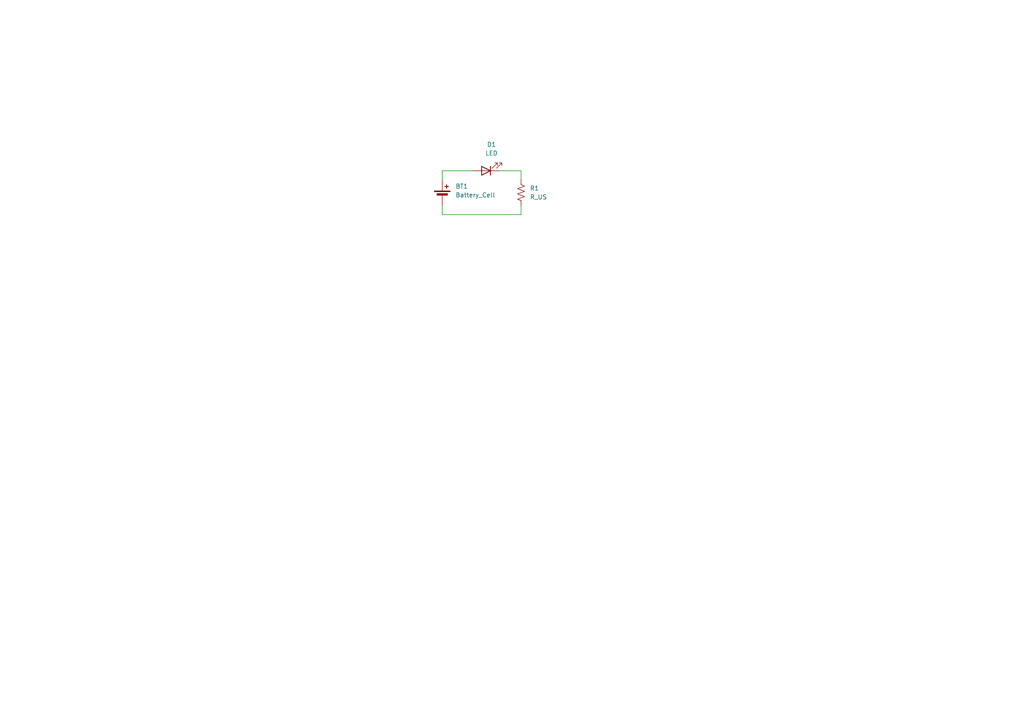
<source format=kicad_sch>
(kicad_sch (version 20231120) (generator "eeschema") (generator_version "8.0")
  (paper "A4")
  (lib_symbols
    (symbol "Device:Battery_Cell" (pin_numbers hide) (pin_names (offset 0) hide)
      (property "Reference" "BT" (at 2.54 2.54 0))
      (property "Value" "Battery_Cell" (at 2.54 0 0))
      (symbol "Battery_Cell_0_1"
        (rectangle (start -2.286 1.778) (end 2.286 1.524) (fill (type outline)))
        (rectangle (start -1.524 1.016) (end 1.524 0.508) (fill (type outline)))
        (polyline (pts (xy 0 0.762) (xy 0 0)))
        (polyline (pts (xy 0 1.778) (xy 0 2.54)))
        (polyline (pts (xy 0.762 3.048) (xy 1.778 3.048)) (stroke (width 0.254)))
        (polyline (pts (xy 1.27 3.556) (xy 1.27 2.54)) (stroke (width 0.254)))
      )
      (symbol "Battery_Cell_1_1"
        (pin passive line (at 0 5.08 270) (length 2.54) (name "+") (number "1"))
        (pin passive line (at 0 -2.54 90) (length 2.54) (name "-") (number "2"))
      )
    )
    (symbol "Device:LED" (pin_numbers hide) (pin_names (offset 1.016) hide)
      (property "Reference" "D" (at 0 2.54 0))
      (property "Value" "LED" (at 0 -2.54 0))
      (symbol "LED_0_1"
        (polyline (pts (xy -1.27 -1.27) (xy -1.27 1.27)) (stroke (width 0.254)))
        (polyline (pts (xy -1.27 0) (xy 1.27 0)))
        (polyline (pts (xy 1.27 -1.27) (xy 1.27 1.27) (xy -1.27 0) (xy 1.27 -1.27)) (stroke (width 0.254)))
        (polyline (pts (xy -3.048 -0.762) (xy -4.572 -2.286) (xy -3.81 -2.286) (xy -4.572 -2.286) (xy -4.572 -1.524)))
        (polyline (pts (xy -1.778 -0.762) (xy -3.302 -2.286) (xy -2.54 -2.286) (xy -3.302 -2.286) (xy -3.302 -1.524)))
      )
      (symbol "LED_1_1"
        (pin passive line (at -3.81 0 0) (length 2.54) (name "K") (number "1"))
        (pin passive line (at 3.81 0 180) (length 2.54) (name "A") (number "2"))
      )
    )
    (symbol "Device:R_US" (pin_numbers hide) (pin_names (offset 0))
      (property "Reference" "R" (at 2.54 0 90))
      (property "Value" "R_US" (at -2.54 0 90))
      (symbol "R_US_0_1"
        (polyline (pts (xy 0 -2.286) (xy 0 -2.54)))
        (polyline (pts (xy 0 2.286) (xy 0 2.54)))
        (polyline (pts (xy 0 -0.762) (xy 1.016 -1.143) (xy 0 -1.524) (xy -1.016 -1.905) (xy 0 -2.286)))
        (polyline (pts (xy 0 0.762) (xy 1.016 0.381) (xy 0 0) (xy -1.016 -0.381) (xy 0 -0.762)))
        (polyline (pts (xy 0 2.286) (xy 1.016 1.905) (xy 0 1.524) (xy -1.016 1.143) (xy 0 0.762)))
      )
      (symbol "R_US_1_1"
        (pin passive line (at 0 3.81 270) (length 1.27) (name "~") (number "1"))
        (pin passive line (at 0 -3.81 90) (length 1.27) (name "~") (number "2"))
      )
    )
  )
  (wire (pts (xy 151.13 59.69) (xy 151.13 62.23)))
  (wire (pts (xy 128.27 49.53) (xy 137.16 49.53)))
  (wire (pts (xy 151.13 62.23) (xy 128.27 62.23)))
  (wire (pts (xy 128.27 52.07) (xy 128.27 49.53)))
  (wire (pts (xy 151.13 49.53) (xy 151.13 52.07)))
  (wire (pts (xy 144.78 49.53) (xy 151.13 49.53)))
  (wire (pts (xy 128.27 62.23) (xy 128.27 59.69)))
  (symbol (lib_id "Device:Battery_Cell") (at 128.27 57.15 0) (unit 1)
    (property "Reference" "BT1" (at 132.08 54.0384 0) (effects (justify left)))
    (property "Value" "Battery_Cell" (at 132.08 56.5784 0) (effects (justify left)))
    (property "Footprint" "FS_3_Global_Footprint_Library:MS621FE-FL11E_SEC" (effects (hide yes)))
    (property "Description" "Single-cell battery" (effects (hide yes)))
  )
  (symbol (lib_id "Device:R_US") (at 151.13 55.88 0) (unit 1)
    (property "Reference" "R1" (at 153.67 54.6099 0) (effects (justify left)))
    (property "Value" "R_US" (at 153.67 57.1499 0) (effects (justify left)))
    (property "Footprint" "Resistor_SMD:R_0805_2012Metric_Pad1.20x1.40mm_HandSolder" (effects (hide yes)))
    (property "Description" "Resistor, US symbol" (effects (hide yes)))
  )
  (symbol (lib_id "Device:LED") (at 140.97 49.53 180) (unit 1)
    (property "Reference" "D1" (at 142.5575 41.91 0))
    (property "Value" "LED" (at 142.5575 44.45 0))
    (property "Footprint" "LED_SMD:LED_0805_2012Metric_Pad1.15x1.40mm_HandSolder" (effects (hide yes)))
    (property "Description" "Light emitting diode" (effects (hide yes)))
  )
)
</source>
